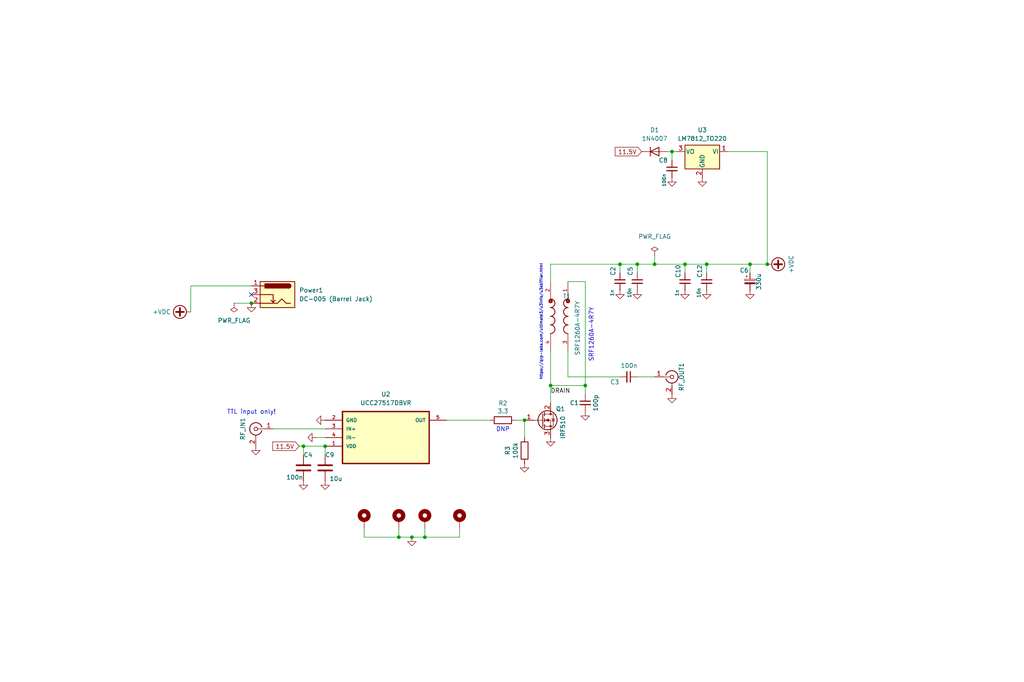
<source format=kicad_sch>
(kicad_sch (version 20240417) (generator "eeschema") (generator_version "8.99")
  (paper "User" 299.999 200)
  (title_block (title "IRFP-TO-247-Single-Ended Hack Amp") (date "2024-02-23") (company "Author: Dhiru Kholia (VU3CER), Rafał Rozestwiński"))
  (lib_symbols
    (symbol "Conn_Coaxial_1" (pin_names (offset 1.016) hide)
      (property "Reference" "J" (at 0.254 3.048 0))
      (property "Value" "Conn_Coaxial" (at 2.921 0 90))
      (symbol "Conn_Coaxial_1_0_1"
        (polyline (pts (xy -2.54 0) (xy -0.508 0)))
        (arc (start 1.778 0) (mid 0.222 -1.8079) (end -1.778 -0.508) (stroke (width 0.254)))
        (arc (start -1.778 0.508) (mid 0.2221 1.8084) (end 1.778 0) (stroke (width 0.254)))
        (circle (center 0 0) (radius 0.508) (stroke (width 0.2032)))
        (polyline (pts (xy 0 -2.54) (xy 0 -1.778)))
      )
      (symbol "Conn_Coaxial_1_1_1"
        (pin passive line (at -5.08 0 0) (length 2.54) (name "In") (number "1"))
        (pin passive line (at 0 -5.08 90) (length 2.54) (name "Ext") (number "2"))
      )
    )
    (symbol "Connector:Barrel_Jack_Switch" (pin_names hide)
      (property "Reference" "J" (at 0 5.334 0))
      (property "Value" "Barrel_Jack_Switch" (at 0 -5.08 0))
      (symbol "Barrel_Jack_Switch_0_1"
        (rectangle (start -5.08 3.81) (end 5.08 -3.81) (stroke (width 0.254)) (fill (type background)))
        (polyline (pts (xy -3.81 -2.54) (xy -2.54 -2.54) (xy -1.27 -1.27) (xy 0 -2.54) (xy 2.54 -2.54) (xy 5.08 -2.54)) (stroke (width 0.254)))
        (arc (start -3.302 1.905) (mid -3.9343 2.54) (end -3.302 3.175) (stroke (width 0.254)))
        (arc (start -3.302 1.905) (mid -3.9343 2.54) (end -3.302 3.175) (stroke (width 0.254)) (fill (type outline)))
        (polyline (pts (xy 1.27 -2.286) (xy 1.905 -1.651)) (stroke (width 0.254)))
        (rectangle (start 3.683 3.175) (end -3.302 1.905) (stroke (width 0.254)) (fill (type outline)))
        (polyline (pts (xy 5.08 2.54) (xy 3.81 2.54)) (stroke (width 0.254)))
        (polyline (pts (xy 5.08 0) (xy 1.27 0) (xy 1.27 -2.286) (xy 0.635 -1.651)) (stroke (width 0.254)))
      )
      (symbol "Barrel_Jack_Switch_1_1"
        (pin passive line (at 7.62 2.54 180) (length 2.54) (name "~") (number "1"))
        (pin passive line (at 7.62 -2.54 180) (length 2.54) (name "~") (number "2"))
        (pin passive line (at 7.62 0 180) (length 2.54) (name "~") (number "3"))
      )
    )
    (symbol "Connector:Conn_Coaxial" (pin_names (offset 1.016) hide)
      (property "Reference" "J" (at 0.254 3.048 0))
      (property "Value" "Conn_Coaxial" (at 2.921 0 90))
      (symbol "Conn_Coaxial_0_1"
        (polyline (pts (xy -2.54 0) (xy -0.508 0)))
        (arc (start 1.778 0) (mid 0.222 -1.8079) (end -1.778 -0.508) (stroke (width 0.254)))
        (arc (start -1.778 0.508) (mid 0.2221 1.8084) (end 1.778 0) (stroke (width 0.254)))
        (circle (center 0 0) (radius 0.508) (stroke (width 0.2032)))
        (polyline (pts (xy 0 -2.54) (xy 0 -1.778)))
      )
      (symbol "Conn_Coaxial_1_1"
        (pin passive line (at -5.08 0 0) (length 2.54) (name "In") (number "1"))
        (pin passive line (at 0 -5.08 90) (length 2.54) (name "Ext") (number "2"))
      )
    )
    (symbol "Device:C" (pin_numbers hide) (pin_names (offset 0.254))
      (property "Reference" "C" (at 0.635 2.54 0))
      (property "Value" "C" (at 0.635 -2.54 0))
      (symbol "C_0_1"
        (polyline (pts (xy -2.032 0.762) (xy 2.032 0.762)) (stroke (width 0.508)))
        (polyline (pts (xy -2.032 -0.762) (xy 2.032 -0.762)) (stroke (width 0.508)))
      )
      (symbol "C_1_1"
        (pin passive line (at 0 3.81 270) (length 2.794) (name "~") (number "1"))
        (pin passive line (at 0 -3.81 90) (length 2.794) (name "~") (number "2"))
      )
    )
    (symbol "Device:C_Polarized_Small" (pin_numbers hide) (pin_names (offset 0.254) hide)
      (property "Reference" "C" (at 0.254 1.778 0))
      (property "Value" "C_Polarized_Small" (at 0.254 -2.032 0))
      (symbol "C_Polarized_Small_0_1"
        (rectangle (start -1.524 0.6858) (end 1.524 0.3048))
        (rectangle (start -1.524 -0.3048) (end 1.524 -0.6858) (fill (type outline)))
        (polyline (pts (xy -1.27 1.524) (xy -0.762 1.524)))
        (polyline (pts (xy -1.016 1.27) (xy -1.016 1.778)))
      )
      (symbol "C_Polarized_Small_1_1"
        (pin passive line (at 0 2.54 270) (length 1.8542) (name "~") (number "1"))
        (pin passive line (at 0 -2.54 90) (length 1.8542) (name "~") (number "2"))
      )
    )
    (symbol "Device:C_Small" (pin_numbers hide) (pin_names (offset 0.254) hide)
      (property "Reference" "C" (at 0.254 1.778 0))
      (property "Value" "C_Small" (at 0.254 -2.032 0))
      (symbol "C_Small_0_1"
        (polyline (pts (xy -1.524 0.508) (xy 1.524 0.508)) (stroke (width 0.3048)))
        (polyline (pts (xy -1.524 -0.508) (xy 1.524 -0.508)) (stroke (width 0.3302)))
      )
      (symbol "C_Small_1_1"
        (pin passive line (at 0 2.54 270) (length 2.032) (name "~") (number "1"))
        (pin passive line (at 0 -2.54 90) (length 2.032) (name "~") (number "2"))
      )
    )
    (symbol "Device:R" (pin_numbers hide) (pin_names (offset 0))
      (property "Reference" "R" (at 2.032 0 90))
      (property "Value" "R" (at 0 0 90))
      (symbol "R_0_1"
        (rectangle (start -1.016 -2.54) (end 1.016 2.54) (stroke (width 0.254)))
      )
      (symbol "R_1_1"
        (pin passive line (at 0 3.81 270) (length 1.27) (name "~") (number "1"))
        (pin passive line (at 0 -3.81 90) (length 1.27) (name "~") (number "2"))
      )
    )
    (symbol "Diode:1N4007" (pin_numbers hide) (pin_names hide)
      (property "Reference" "D" (at 0 2.54 0))
      (property "Value" "1N4007" (at 0 -2.54 0))
      (symbol "1N4007_0_1"
        (polyline (pts (xy -1.27 1.27) (xy -1.27 -1.27)) (stroke (width 0.254)))
        (polyline (pts (xy 1.27 1.27) (xy 1.27 -1.27) (xy -1.27 0) (xy 1.27 1.27)) (stroke (width 0.254)))
        (polyline (pts (xy 1.27 0) (xy -1.27 0)))
      )
      (symbol "1N4007_1_1"
        (pin passive line (at -3.81 0 0) (length 2.54) (name "K") (number "1"))
        (pin passive line (at 3.81 0 180) (length 2.54) (name "A") (number "2"))
      )
    )
    (symbol "Mechanical:MountingHole_Pad" (pin_numbers hide) (pin_names (offset 1.016) hide)
      (property "Reference" "H" (at 0 6.35 0))
      (property "Value" "MountingHole_Pad" (at 0 4.445 0))
      (symbol "MountingHole_Pad_0_1"
        (circle (center 0 1.27) (radius 1.27) (stroke (width 1.27)))
      )
      (symbol "MountingHole_Pad_1_1"
        (pin input line (at 0 -2.54 90) (length 2.54) (name "1") (number "1"))
      )
    )
    (symbol "Regulator_Linear:LM7812_TO220" (pin_names (offset 0.254))
      (property "Reference" "U" (at -3.81 3.175 0))
      (property "Value" "LM7812_TO220" (at 0 3.175 0))
      (symbol "LM7812_TO220_0_1"
        (rectangle (start -5.08 1.905) (end 5.08 -5.08) (stroke (width 0.254)) (fill (type background)))
      )
      (symbol "LM7812_TO220_1_1"
        (pin power_in line (at -7.62 0 0) (length 2.54) (name "VI") (number "1"))
        (pin power_in line (at 0 -7.62 90) (length 2.54) (name "GND") (number "2"))
        (pin power_out line (at 7.62 0 180) (length 2.54) (name "VO") (number "3"))
      )
    )
    (symbol "SRF1260A-4R7Y:SRF1260A-4R7Y" (pin_names (offset 1.016))
      (property "Reference" "L" (at -7.631 5.0873 0))
      (property "Value" "SRF1260A-4R7Y" (at -7.6349 -7.6349 0))
      (symbol "SRF1260A-4R7Y_0_0"
        (circle (center -4.445 2.54) (radius 0.127) (stroke (width 0.508)))
        (circle (center -4.445 -2.54) (radius 0.127) (stroke (width 0.508)))
        (arc (start -2.54 2.54) (mid -3.81 1.2755) (end -5.08 2.54) (stroke (width 0.254)))
        (arc (start -5.08 -2.54) (mid -3.81 -1.2755) (end -2.54 -2.54) (stroke (width 0.254)))
        (arc (start 0 2.54) (mid -1.27 1.2755) (end -2.54 2.54) (stroke (width 0.254)))
        (arc (start -2.54 -2.54) (mid -1.27 -1.2755) (end 0 -2.54) (stroke (width 0.254)))
        (arc (start 2.54 2.54) (mid 1.27 1.2755) (end 0 2.54) (stroke (width 0.254)))
        (arc (start 0 -2.54) (mid 1.27 -1.2755) (end 2.54 -2.54) (stroke (width 0.254)))
        (arc (start 5.08 2.54) (mid 3.81 1.2755) (end 2.54 2.54) (stroke (width 0.254)))
        (arc (start 2.54 -2.54) (mid 3.81 -1.2755) (end 5.08 -2.54) (stroke (width 0.254)))
        (pin passive line (at -10.16 2.54 0) (length 5.08) (name "~") (number "1"))
        (pin passive line (at -10.16 -2.54 0) (length 5.08) (name "~") (number "2"))
        (pin passive line (at 10.16 2.54 180) (length 5.08) (name "~") (number "3"))
        (pin passive line (at 10.16 -2.54 180) (length 5.08) (name "~") (number "4"))
      )
    )
    (symbol "Transistor_FET:IRF540N" (pin_names hide)
      (property "Reference" "Q" (at 5.08 1.905 0))
      (property "Value" "IRF540N" (at 5.08 0 0))
      (symbol "IRF540N_0_1"
        (polyline (pts (xy 0.254 1.905) (xy 0.254 -1.905)) (stroke (width 0.254)))
        (polyline (pts (xy 0.254 0) (xy -2.54 0)))
        (polyline (pts (xy 0.762 2.286) (xy 0.762 1.27)) (stroke (width 0.254)))
        (polyline (pts (xy 0.762 0.508) (xy 0.762 -0.508)) (stroke (width 0.254)))
        (polyline (pts (xy 0.762 -1.27) (xy 0.762 -2.286)) (stroke (width 0.254)))
        (polyline (pts (xy 0.762 -1.778) (xy 3.302 -1.778) (xy 3.302 1.778) (xy 0.762 1.778)))
        (polyline (pts (xy 1.016 0) (xy 2.032 0.381) (xy 2.032 -0.381) (xy 1.016 0)) (fill (type outline)))
        (circle (center 1.651 0) (radius 2.794) (stroke (width 0.254)))
        (polyline (pts (xy 2.54 2.54) (xy 2.54 1.778)))
        (circle (center 2.54 1.778) (radius 0.254) (fill (type outline)))
        (circle (center 2.54 -1.778) (radius 0.254) (fill (type outline)))
        (polyline (pts (xy 2.54 -2.54) (xy 2.54 0) (xy 0.762 0)))
        (polyline (pts (xy 2.794 0.508) (xy 2.921 0.381) (xy 3.683 0.381) (xy 3.81 0.254)))
        (polyline (pts (xy 3.302 0.381) (xy 2.921 -0.254) (xy 3.683 -0.254) (xy 3.302 0.381)))
      )
      (symbol "IRF540N_1_1"
        (pin input line (at -5.08 0 0) (length 2.54) (name "G") (number "1"))
        (pin passive line (at 2.54 5.08 270) (length 2.54) (name "D") (number "2"))
        (pin passive line (at 2.54 -5.08 90) (length 2.54) (name "S") (number "3"))
      )
    )
    (symbol "UCC27517DBVR:UCC27517DBVR" (pin_names (offset 1.016))
      (property "Reference" "U" (at -12.7 8.62 0))
      (property "Value" "UCC27517DBVR" (at -12.7 -11.62 0))
      (symbol "UCC27517DBVR_0_0"
        (rectangle (start -12.7 -7.62) (end 12.7 7.62) (stroke (width 0.41)) (fill (type background)))
        (pin input line (at -17.78 -2.54 0) (length 5.08) (name "VDD") (number "1"))
        (pin input line (at -17.78 5.08 0) (length 5.08) (name "GND") (number "2"))
        (pin input line (at -17.78 2.54 0) (length 5.08) (name "IN+") (number "3"))
        (pin input line (at -17.78 0 0) (length 5.08) (name "IN-") (number "4"))
        (pin output line (at 17.78 5.08 180) (length 5.08) (name "OUT") (number "5"))
      )
    )
    (symbol "power:+VDC" (power) (pin_numbers hide) (pin_names (offset 0) hide)
      (property "Value" "+VDC" (at 0 6.35 0))
      (symbol "+VDC_0_1"
        (polyline (pts (xy -1.143 3.175) (xy 1.143 3.175)) (stroke (width 0.508)))
        (circle (center 0 3.175) (radius 1.905) (stroke (width 0.254)))
        (polyline (pts (xy 0 2.032) (xy 0 4.318)) (stroke (width 0.508)))
        (polyline (pts (xy 0 0) (xy 0 1.27)))
      )
      (symbol "+VDC_1_1"
        (pin power_in line (at 0 0 90) (length 0) (name "~") (number "1"))
      )
    )
    (symbol "power:GND" (power) (pin_numbers hide) (pin_names (offset 0) hide)
      (property "Value" "GND" (at 0 -3.81 0))
      (symbol "GND_0_1"
        (polyline (pts (xy 0 0) (xy 0 -1.27) (xy 1.27 -1.27) (xy 0 -2.54) (xy -1.27 -1.27) (xy 0 -1.27)))
      )
      (symbol "GND_1_1"
        (pin power_in line (at 0 0 270) (length 0) (name "~") (number "1"))
      )
    )
    (symbol "power:PWR_FLAG" (power) (pin_numbers hide) (pin_names (offset 0) hide)
      (property "Value" "PWR_FLAG" (at 0 3.81 0))
      (symbol "PWR_FLAG_0_0"
        (pin power_out line (at 0 0 90) (length 0) (name "~") (number "1"))
      )
      (symbol "PWR_FLAG_0_1"
        (polyline (pts (xy 0 0) (xy 0 1.27) (xy -1.016 1.905) (xy 0 2.54) (xy 1.016 1.905) (xy 0 1.27)))
      )
    )
  )
  (text "DNP" (at 147.32 125.984 0) (effects (font (size 1.27 1.27))))
  (text "https://qrp-labs.com/ultimate3/u3info/u3sbifilar.html" (at 159.004 111.506 90) (effects (font (size 0.8 0.8)) (justify left bottom)))
  (text "SRF1260A-4R7Y" (at 173.99 106.172 90) (effects (font (size 1.27 1.27)) (justify left bottom)))
  (text "TTL input only!" (at 73.66 120.904 0) (effects (font (size 1.27 1.27))))
  (junction (at 200.66 77.47))
  (junction (at 73.66 88.9))
  (junction (at 186.69 77.47))
  (junction (at 116.84 157.48))
  (junction (at 124.46 157.48))
  (junction (at 88.9 130.81))
  (junction (at 181.61 77.47))
  (junction (at 95.25 130.81))
  (junction (at 161.29 113.03))
  (junction (at 219.71 77.47))
  (junction (at 120.65 157.48))
  (junction (at 191.77 77.47))
  (junction (at 207.01 77.47))
  (junction (at 196.85 44.45))
  (junction (at 153.67 123.19))
  (junction (at 171.45 113.03))
  (junction (at 224.79 77.47))
  (no_connect (at 73.66 86.36))
  (wire (pts (xy 186.69 77.47) (xy 191.77 77.47)))
  (wire (pts (xy 134.62 157.48) (xy 134.62 154.94)))
  (wire (pts (xy 151.13 123.19) (xy 153.67 123.19)))
  (wire (pts (xy 166.37 102.87) (xy 166.37 110.49)))
  (wire (pts (xy 153.67 128.27) (xy 153.67 123.19)))
  (wire (pts (xy 181.61 77.47) (xy 186.69 77.47)))
  (wire (pts (xy 171.45 113.03) (xy 171.45 115.57)))
  (wire (pts (xy 55.88 83.82) (xy 55.88 91.44)))
  (wire (pts (xy 55.88 83.82) (xy 73.66 83.82)))
  (wire (pts (xy 186.69 110.49) (xy 191.77 110.49)))
  (wire (pts (xy 200.66 77.47) (xy 200.66 80.01)))
  (wire (pts (xy 80.01 125.73) (xy 95.25 125.73)))
  (wire (pts (xy 106.68 157.48) (xy 116.84 157.48)))
  (wire (pts (xy 219.71 77.47) (xy 219.71 80.01)))
  (wire (pts (xy 191.77 77.47) (xy 200.66 77.47)))
  (wire (pts (xy 224.79 44.45) (xy 224.79 77.47)))
  (wire (pts (xy 186.69 77.47) (xy 186.69 80.01)))
  (wire (pts (xy 130.81 123.19) (xy 143.51 123.19)))
  (wire (pts (xy 166.37 110.49) (xy 181.61 110.49)))
  (wire (pts (xy 116.84 154.94) (xy 116.84 157.48)))
  (wire (pts (xy 207.01 77.47) (xy 219.71 77.47)))
  (wire (pts (xy 166.37 82.55) (xy 171.45 82.55)))
  (wire (pts (xy 196.85 44.45) (xy 198.12 44.45)))
  (wire (pts (xy 161.29 102.87) (xy 161.29 113.03)))
  (wire (pts (xy 88.9 130.81) (xy 88.9 133.35)))
  (wire (pts (xy 106.68 154.94) (xy 106.68 157.48)))
  (wire (pts (xy 161.29 113.03) (xy 171.45 113.03)))
  (wire (pts (xy 207.01 77.47) (xy 207.01 80.01)))
  (wire (pts (xy 161.29 113.03) (xy 161.29 118.11)))
  (wire (pts (xy 68.58 88.9) (xy 73.66 88.9)))
  (wire (pts (xy 196.85 44.45) (xy 196.85 46.99)))
  (wire (pts (xy 87.63 130.81) (xy 88.9 130.81)))
  (wire (pts (xy 88.9 130.81) (xy 95.25 130.81)))
  (wire (pts (xy 120.65 157.48) (xy 124.46 157.48)))
  (wire (pts (xy 124.46 157.48) (xy 134.62 157.48)))
  (wire (pts (xy 191.77 74.93) (xy 191.77 77.47)))
  (wire (pts (xy 95.25 130.81) (xy 95.25 133.35)))
  (wire (pts (xy 161.29 77.47) (xy 181.61 77.47)))
  (wire (pts (xy 92.71 128.27) (xy 95.25 128.27)))
  (wire (pts (xy 181.61 77.47) (xy 181.61 80.01)))
  (wire (pts (xy 219.71 77.47) (xy 224.79 77.47)))
  (wire (pts (xy 116.84 157.48) (xy 120.65 157.48)))
  (wire (pts (xy 195.58 44.45) (xy 196.85 44.45)))
  (wire (pts (xy 200.66 77.47) (xy 207.01 77.47)))
  (wire (pts (xy 161.29 82.55) (xy 161.29 77.47)))
  (wire (pts (xy 171.45 82.55) (xy 171.45 113.03)))
  (wire (pts (xy 213.36 44.45) (xy 224.79 44.45)))
  (wire (pts (xy 124.46 154.94) (xy 124.46 157.48)))
  (label "DRAIN" (at 161.29 115.57 0))
  (global_label "11.5V" (shape input) (at 87.63 130.81 180) (property "Intersheetrefs" "${INTERSHEET_REFS}" (effects (hide yes))))
  (global_label "11.5V" (shape input) (at 187.96 44.45 180) (property "Intersheetrefs" "${INTERSHEET_REFS}" (effects (hide yes))))
  (symbol (lib_id "power:+VDC") (at 55.88 91.44 90) (unit 1)
    (property "Reference" "#PWR0110" (effects (hide yes)))
    (property "Value" "+VDC" (at 50.0634 91.44 90) (effects (justify left)))
    (property "Description" "Power symbol creates a global label with name \"+VDC\"" (effects (hide yes)))
  )
  (symbol (lib_id "power:GND") (at 186.69 85.09 0) (unit 1)
    (property "Reference" "#PWR012" (effects (hide yes)))
    (property "Value" "GND" (effects (hide yes)))
  )
  (symbol (lib_id "Diode:1N4007") (at 191.77 44.45 0) (unit 1)
    (property "Reference" "D1" (at 191.77 38.1 0))
    (property "Value" "1N4007" (at 191.77 40.64 0))
    (property "Footprint" "Diode_THT:D_DO-41_SOD81_P2.54mm_Vertical_KathodeUp" (effects (hide yes)))
    (property "Datasheet" "http://www.vishay.com/docs/88503/1n4001.pdf" (effects (hide yes)))
    (property "Description" "1000V 1A General Purpose Rectifier Diode, DO-41" (effects (hide yes)))
    (property "Sim.Device" "D" (effects (hide yes)))
    (property "Sim.Pins" "1=K 2=A" (effects (hide yes)))
  )
  (symbol (lib_id "Device:C") (at 88.9 137.16 0) (unit 1)
    (property "Reference" "C4" (at 88.9 133.35 0) (effects (justify left)))
    (property "Value" "100n" (at 83.82 139.954 0) (effects (justify left)))
    (property "Footprint" "Capacitor_SMD:C_1206_3216Metric_Pad1.33x1.80mm_HandSolder" (effects (hide yes)))
  )
  (symbol (lib_id "power:GND") (at 181.61 85.09 0) (unit 1)
    (property "Reference" "#PWR05" (effects (hide yes)))
    (property "Value" "GND" (effects (hide yes)))
  )
  (symbol (lib_id "power:+VDC") (at 224.79 77.47 270) (unit 1)
    (property "Reference" "#PWR018" (effects (hide yes)))
    (property "Value" "+VDC" (at 231.775 77.47 0))
    (property "Description" "Power symbol creates a global label with name \"+VDC\"" (effects (hide yes)))
  )
  (symbol (lib_id "Device:C_Small") (at 181.61 82.55 0) (unit 1)
    (property "Reference" "C2" (at 179.578 79.502 90))
    (property "Value" "1n" (at 179.324 85.852 90) (effects (font (size 0.9906 0.9906))))
    (property "Footprint" "Capacitor_SMD:C_1206_3216Metric_Pad1.33x1.80mm_HandSolder" (effects (hide yes)))
  )
  (symbol (lib_id "Transistor_FET:IRF540N") (at 158.75 123.19 0) (unit 1)
    (property "Reference" "Q1" (at 162.814 119.888 0) (effects (justify left)))
    (property "Value" "IRF510" (at 164.8714 128.7018 90) (effects (justify left)))
    (property "Footprint" "footprints:TO-247-3_Horizontal_TabDown_Modded" (effects (hide yes)))
    (property "Datasheet" "http://www.irf.com/product-info/datasheets/data/irf540n.pdf" (effects (hide yes)))
    (property "Description" "33A Id, 100V Vds, HEXFET N-Channel MOSFET, TO-220" (effects (hide yes)))
  )
  (symbol (lib_id "power:GND") (at 207.01 85.09 0) (unit 1)
    (property "Reference" "#PWR017" (effects (hide yes)))
    (property "Value" "GND" (effects (hide yes)))
  )
  (symbol (lib_id "power:GND") (at 88.9 140.97 0) (unit 1)
    (property "Reference" "#PWR03" (effects (hide yes)))
    (property "Value" "GND" (effects (hide yes)))
    (property "Description" "Power symbol creates a global label with name \"GND\" , ground" (effects (hide yes)))
  )
  (symbol (lib_id "power:GND") (at 196.85 52.07 0) (unit 1)
    (property "Reference" "#PWR07" (effects (hide yes)))
    (property "Value" "GND" (effects (hide yes)))
    (property "Description" "Power symbol creates a global label with name \"GND\" , ground" (effects (hide yes)))
  )
  (symbol (lib_id "Device:R") (at 147.32 123.19 270) (unit 1)
    (property "Reference" "R2" (at 147.32 118.2116 90))
    (property "Value" "3.3" (at 147.32 120.523 90))
    (property "Footprint" "Resistor_SMD:R_1206_3216Metric_Pad1.30x1.75mm_HandSolder" (effects (hide yes)))
  )
  (symbol (lib_id "UCC27517DBVR:UCC27517DBVR") (at 113.03 128.27 0) (unit 1)
    (property "Reference" "U2" (at 113.03 115.57 0))
    (property "Value" "UCC27517DBVR" (at 113.03 118.11 0))
    (property "Footprint" "Package_TO_SOT_SMD:TSOT-23-5_HandSoldering" (effects (hide yes)))
    (property "Description" "\n4-A/4-A single-channel gate driver with 5-V UVLO and 13-ns prop delay in SOT-23 package\n" (effects (hide yes)))
    (property "MF" "Texas Instruments" (effects (hide yes)))
    (property "Package" "SOT-23-5 Texas Instruments" (effects (hide yes)))
    (property "Price" "None" (effects (hide yes)))
    (property "SnapEDA_Link" "https://www.snapeda.com/parts/UCC27517DBVR/Texas+Instruments/view-part/?ref=snap" (effects (hide yes)))
    (property "MP" "UCC27517DBVR" (effects (hide yes)))
    (property "Purchase-URL" "https://pricing.snapeda.com/search?q=UCC27517DBVR&ref=eda" (effects (hide yes)))
    (property "Availability" "In Stock" (effects (hide yes)))
    (property "Check_prices" "https://www.snapeda.com/parts/UCC27517DBVR/Texas+Instruments/view-part/?ref=eda" (effects (hide yes)))
    (property "Description_1" "\n4-A/4-A single-channel gate driver with 5-V UVLO and 13-ns prop delay in SOT-23 package\n" (effects (hide yes)))
  )
  (symbol (lib_id "power:GND") (at 171.45 120.65 0) (mirror y) (unit 1)
    (property "Reference" "#PWR02" (effects (hide yes)))
    (property "Value" "GND" (effects (hide yes)))
  )
  (symbol (lib_id "power:GND") (at 196.85 115.57 0) (mirror y) (unit 1)
    (property "Reference" "#PWR04" (effects (hide yes)))
    (property "Value" "GND" (effects (hide yes)))
    (property "Description" "Power symbol creates a global label with name \"GND\" , ground" (effects (hide yes)))
  )
  (symbol (lib_id "power:GND") (at 73.66 88.9 0) (unit 1)
    (property "Reference" "#PWR019" (effects (hide yes)))
    (property "Value" "GND" (effects (hide yes)))
    (property "Description" "Power symbol creates a global label with name \"GND\" , ground" (effects (hide yes)))
  )
  (symbol (lib_name "Conn_Coaxial_1") (lib_id "Connector:Conn_Coaxial") (at 196.85 110.49 0) (unit 1)
    (property "Reference" "RF_OUT1" (at 199.644 110.49 90))
    (property "Value" "SMA" (effects (hide yes)))
    (property "Footprint" "Connector_Coaxial:SMA_Samtec_SMA-J-P-X-ST-EM1_EdgeMount" (effects (hide yes)))
    (property "Datasheet" " ~" (effects (hide yes)))
    (property "Description" "coaxial connector (BNC, SMA, SMB, SMC, Cinch/RCA, LEMO, ...)" (effects (hide yes)))
  )
  (symbol (lib_id "power:GND") (at 95.25 140.97 0) (unit 1)
    (property "Reference" "#PWR011" (effects (hide yes)))
    (property "Value" "GND" (effects (hide yes)))
    (property "Description" "Power symbol creates a global label with name \"GND\" , ground" (effects (hide yes)))
  )
  (symbol (lib_id "Device:R") (at 153.67 132.08 0) (unit 1)
    (property "Reference" "R3" (at 148.6916 132.08 90))
    (property "Value" "100k" (at 151.003 132.08 90))
    (property "Footprint" "Resistor_SMD:R_1206_3216Metric_Pad1.30x1.75mm_HandSolder" (effects (hide yes)))
  )
  (symbol (lib_id "power:GND") (at 74.93 130.81 0) (unit 1)
    (property "Reference" "#PWR08" (effects (hide yes)))
    (property "Value" "GND" (effects (hide yes)))
    (property "Description" "Power symbol creates a global label with name \"GND\" , ground" (effects (hide yes)))
  )
  (symbol (lib_id "Connector:Conn_Coaxial") (at 74.93 125.73 0) (mirror y) (unit 1)
    (property "Reference" "RF_IN1" (at 71.12 125.73 90))
    (property "Value" "SMA" (effects (hide yes)))
    (property "Footprint" "Connector_Coaxial:SMA_Samtec_SMA-J-P-X-ST-EM1_EdgeMount" (effects (hide yes)))
    (property "Datasheet" " ~" (effects (hide yes)))
    (property "Description" "coaxial connector (BNC, SMA, SMB, SMC, Cinch/RCA, LEMO, ...)" (effects (hide yes)))
  )
  (symbol (lib_id "Device:C") (at 95.25 137.16 0) (unit 1)
    (property "Reference" "C9" (at 95.25 133.35 0) (effects (justify left)))
    (property "Value" "10u" (at 96.52 140.335 0) (effects (justify left)))
    (property "Footprint" "Capacitor_SMD:C_1206_3216Metric_Pad1.33x1.80mm_HandSolder" (effects (hide yes)))
  )
  (symbol (lib_id "Mechanical:MountingHole_Pad") (at 124.46 152.4 0) (unit 1)
    (property "Reference" "H3" (effects (hide yes)))
    (property "Value" "MountingHole_Pad" (effects (hide yes)))
    (property "Footprint" "MountingHole:MountingHole_3.2mm_M3_Pad_Via" (effects (hide yes)))
  )
  (symbol (lib_id "Device:C_Polarized_Small") (at 219.71 82.55 0) (unit 1)
    (property "Reference" "C6" (at 216.662 79.248 0) (effects (justify left)))
    (property "Value" "330u" (at 222.25 85.09 90) (effects (justify left)))
    (property "Footprint" "Capacitor_THT:CP_Radial_D8.0mm_P5.00mm" (effects (hide yes)))
  )
  (symbol (lib_id "Regulator_Linear:LM7812_TO220") (at 205.74 44.45 0) (mirror y) (unit 1)
    (property "Reference" "U3" (at 205.74 38.1 0))
    (property "Value" "LM7812_TO220" (at 205.74 40.64 0))
    (property "Footprint" "Package_TO_SOT_THT:TO-220-3_Horizontal_TabDown" (effects (hide yes)))
    (property "Datasheet" "https://www.onsemi.cn/PowerSolutions/document/MC7800-D.PDF" (effects (hide yes)))
    (property "Description" "Positive 1A 35V Linear Regulator, Fixed Output 12V, TO-220" (effects (hide yes)))
  )
  (symbol (lib_id "power:GND") (at 92.71 128.27 270) (unit 1)
    (property "Reference" "#PWR09" (effects (hide yes)))
    (property "Value" "GND" (effects (hide yes)))
    (property "Description" "Power symbol creates a global label with name \"GND\" , ground" (effects (hide yes)))
  )
  (symbol (lib_id "Mechanical:MountingHole_Pad") (at 116.84 152.4 0) (unit 1)
    (property "Reference" "H2" (effects (hide yes)))
    (property "Value" "MountingHole_Pad" (effects (hide yes)))
    (property "Footprint" "MountingHole:MountingHole_3.2mm_M3_Pad_Via" (effects (hide yes)))
  )
  (symbol (lib_id "power:PWR_FLAG") (at 191.77 74.93 0) (unit 1)
    (property "Reference" "#FLG01" (effects (hide yes)))
    (property "Value" "PWR_FLAG" (at 191.77 69.342 0))
  )
  (symbol (lib_id "Device:C_Small") (at 184.15 110.49 270) (unit 1)
    (property "Reference" "C3" (at 180.086 112.014 90))
    (property "Value" "100n" (at 184.277 107.188 90))
    (property "Footprint" "Capacitor_SMD:C_1206_3216Metric_Pad1.33x1.80mm_HandSolder" (effects (hide yes)))
  )
  (symbol (lib_id "power:GND") (at 200.66 85.09 0) (unit 1)
    (property "Reference" "#PWR014" (effects (hide yes)))
    (property "Value" "GND" (effects (hide yes)))
  )
  (symbol (lib_id "SRF1260A-4R7Y:SRF1260A-4R7Y") (at 163.83 92.71 270) (unit 1)
    (property "Reference" "T1" (at 164.846 86.868 90) (effects (justify left)))
    (property "Value" "SRF1260A-4R7Y" (at 169.164 88.138 0) (effects (justify left)))
    (property "Footprint" "footprints:IND_SRF1260A-4R7Y-Longer-Pads" (effects (hide yes)))
    (property "MF" "Bourns" (effects (hide yes)))
    (property "MOUSER-PURCHASE-URL" "https://snapeda.com/shop?store=Mouser&id=1533338" (effects (hide yes)))
    (property "DESCRIPTION" "Shielded 2 Coil Inductor Array 27.2µH Inductance - Connected in Series 6.8µH Inductance - Connected in Parallel 18.6mOhm Max DC Resistance (DCR) - Parallel 6.64A Nonstandard" (effects (hide yes)))
    (property "PACKAGE" "Nonstandard Bourns" (effects (hide yes)))
    (property "PRICE" "None" (effects (hide yes)))
    (property "MP" "SRF1260A-6R8Y" (effects (hide yes)))
    (property "AVAILABILITY" "Warning" (effects (hide yes)))
  )
  (symbol (lib_id "Device:C_Small") (at 171.45 118.11 0) (unit 1)
    (property "Reference" "C1" (at 166.878 118.11 0) (effects (justify left)))
    (property "Value" "100p" (at 174.498 120.65 90) (effects (justify left)))
    (property "Footprint" "Capacitor_SMD:C_1206_3216Metric_Pad1.33x1.80mm_HandSolder" (effects (hide yes)))
    (property "Sim.Device" "SPICE" (effects (hide yes)))
    (property "Sim.Params" "type=\"\" model=\"100n\" lib=\"\"" (effects (hide yes)))
    (property "Sim.Pins" "1=1 2=2" (effects (hide yes)))
  )
  (symbol (lib_id "power:GND") (at 120.65 157.48 0) (unit 1)
    (property "Reference" "#PWR01" (effects (hide yes)))
    (property "Value" "GND" (effects (hide yes)))
    (property "Description" "Power symbol creates a global label with name \"GND\" , ground" (effects (hide yes)))
  )
  (symbol (lib_id "power:GND") (at 95.25 123.19 270) (unit 1)
    (property "Reference" "#PWR010" (effects (hide yes)))
    (property "Value" "GND" (effects (hide yes)))
    (property "Description" "Power symbol creates a global label with name \"GND\" , ground" (effects (hide yes)))
  )
  (symbol (lib_id "power:PWR_FLAG") (at 68.58 88.9 180) (unit 1)
    (property "Reference" "#FLG03" (effects (hide yes)))
    (property "Value" "PWR_FLAG" (at 68.58 93.98 0))
    (property "Description" "Special symbol for telling ERC where power comes from" (effects (hide yes)))
  )
  (symbol (lib_id "power:GND") (at 161.29 128.27 0) (unit 1)
    (property "Reference" "#PWR015" (effects (hide yes)))
    (property "Value" "GND" (effects (hide yes)))
    (property "Description" "Power symbol creates a global label with name \"GND\" , ground" (effects (hide yes)))
  )
  (symbol (lib_id "power:GND") (at 219.71 85.09 0) (unit 1)
    (property "Reference" "#PWR013" (effects (hide yes)))
    (property "Value" "GND" (effects (hide yes)))
  )
  (symbol (lib_id "Mechanical:MountingHole_Pad") (at 134.62 152.4 0) (mirror y) (unit 1)
    (property "Reference" "H4" (effects (hide yes)))
    (property "Value" "MountingHole_Pad" (effects (hide yes)))
    (property "Footprint" "MountingHole:MountingHole_3.2mm_M3_Pad_Via" (effects (hide yes)))
  )
  (symbol (lib_id "Connector:Barrel_Jack_Switch") (at 81.28 86.36 0) (mirror y) (unit 1)
    (property "Reference" "Power1" (at 87.63 85.0899 0) (effects (justify right)))
    (property "Value" "DC-005 (Barrel Jack)" (at 87.63 87.6299 0) (effects (justify right)))
    (property "Footprint" "footprints:XKB_DC-005-5A-2.0_Modded" (effects (hide yes)))
  )
  (symbol (lib_id "power:GND") (at 205.74 52.07 0) (unit 1)
    (property "Reference" "#PWR06" (effects (hide yes)))
    (property "Value" "GND" (effects (hide yes)))
    (property "Description" "Power symbol creates a global label with name \"GND\" , ground" (effects (hide yes)))
  )
  (symbol (lib_id "Device:C_Small") (at 196.85 49.53 0) (unit 1)
    (property "Reference" "C8" (at 194.31 46.99 0))
    (property "Value" "100n" (at 194.564 52.832 90) (effects (font (size 0.9906 0.9906))))
    (property "Footprint" "Capacitor_SMD:C_1206_3216Metric_Pad1.33x1.80mm_HandSolder" (effects (hide yes)))
  )
  (symbol (lib_id "Device:C_Small") (at 186.69 82.55 0) (unit 1)
    (property "Reference" "C5" (at 184.658 79.502 90))
    (property "Value" "10n" (at 184.404 85.852 90) (effects (font (size 0.9906 0.9906))))
    (property "Footprint" "Capacitor_SMD:C_1206_3216Metric_Pad1.33x1.80mm_HandSolder" (effects (hide yes)))
  )
  (symbol (lib_id "power:GND") (at 153.67 135.89 0) (unit 1)
    (property "Reference" "#PWR016" (effects (hide yes)))
    (property "Value" "GND" (effects (hide yes)))
    (property "Description" "Power symbol creates a global label with name \"GND\" , ground" (effects (hide yes)))
  )
  (symbol (lib_id "Device:C_Small") (at 207.01 82.55 0) (unit 1)
    (property "Reference" "C12" (at 204.978 79.502 90))
    (property "Value" "10n" (at 204.724 85.852 90) (effects (font (size 0.9906 0.9906))))
    (property "Footprint" "Capacitor_SMD:C_1206_3216Metric_Pad1.33x1.80mm_HandSolder" (effects (hide yes)))
  )
  (symbol (lib_id "Mechanical:MountingHole_Pad") (at 106.68 152.4 0) (unit 1)
    (property "Reference" "H1" (effects (hide yes)))
    (property "Value" "MountingHole_Pad" (effects (hide yes)))
    (property "Footprint" "MountingHole:MountingHole_3.2mm_M3_Pad_Via" (effects (hide yes)))
  )
  (symbol (lib_id "Device:C_Small") (at 200.66 82.55 0) (unit 1)
    (property "Reference" "C10" (at 198.628 79.502 90))
    (property "Value" "1n" (at 198.374 85.852 90) (effects (font (size 0.9906 0.9906))))
    (property "Footprint" "Capacitor_SMD:C_1206_3216Metric_Pad1.33x1.80mm_HandSolder" (effects (hide yes)))
  )
)
</source>
